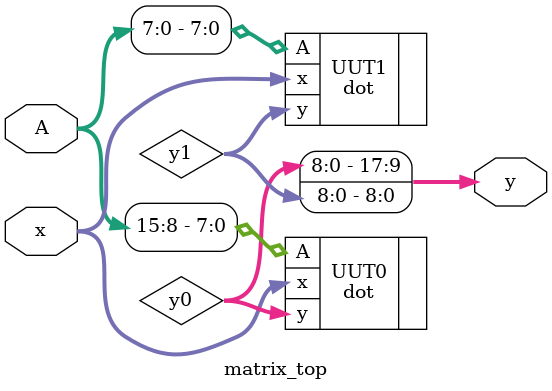
<source format=v>
module matrix_top(input [15:0] A, input [7:0] x, output [17:0] y);
    wire [8:0] y0, y1;
    dot UUT0(.A(A[15:8]), .x(x[7:0]), .y(y0));
    dot UUT1(.A(A[7:0]), .x(x[7:0]), .y(y1));
    assign y = { y0, y1 };
endmodule
</source>
